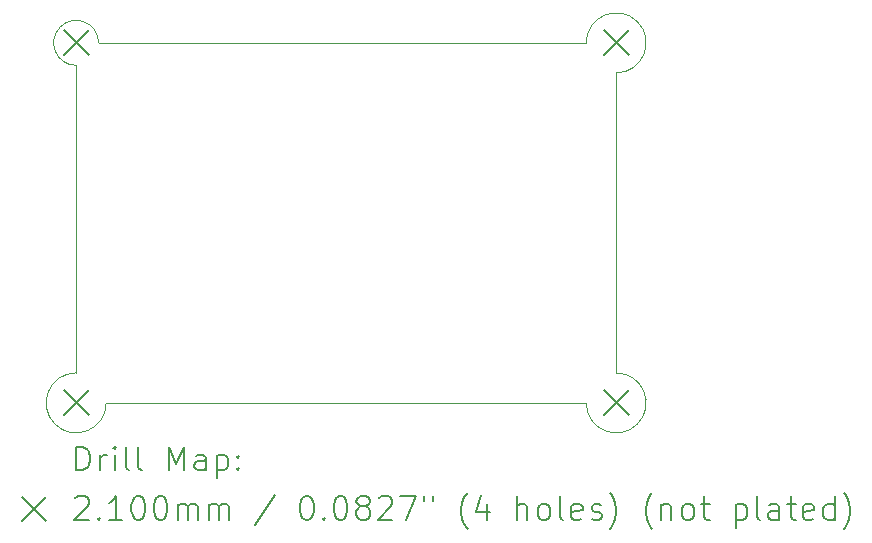
<source format=gbr>
%TF.GenerationSoftware,KiCad,Pcbnew,7.0.10*%
%TF.CreationDate,2024-01-19T04:31:54-05:00*%
%TF.ProjectId,Dattalogger_Board,44617474-616c-46f6-9767-65725f426f61,1*%
%TF.SameCoordinates,Original*%
%TF.FileFunction,Drillmap*%
%TF.FilePolarity,Positive*%
%FSLAX45Y45*%
G04 Gerber Fmt 4.5, Leading zero omitted, Abs format (unit mm)*
G04 Created by KiCad (PCBNEW 7.0.10) date 2024-01-19 04:31:54*
%MOMM*%
%LPD*%
G01*
G04 APERTURE LIST*
%ADD10C,0.100000*%
%ADD11C,0.200000*%
%ADD12C,0.210000*%
G04 APERTURE END LIST*
D10*
X12954000Y-9144000D02*
X12954000Y-6540500D01*
X13208000Y-9398000D02*
X17272000Y-9398000D01*
X17526000Y-9144000D02*
X17526000Y-6604000D01*
X13144500Y-6350000D02*
X17272000Y-6350000D01*
X17272000Y-9398000D02*
G75*
G03*
X17526000Y-9144000I254000J0D01*
G01*
X12954000Y-9144000D02*
G75*
G03*
X13208000Y-9398000I0J-254000D01*
G01*
X13144500Y-6350000D02*
G75*
G03*
X12954000Y-6540500I-190500J0D01*
G01*
X17526000Y-6604000D02*
G75*
G03*
X17272000Y-6350000I0J254000D01*
G01*
D11*
D12*
X12849000Y-6245000D02*
X13059000Y-6455000D01*
X13059000Y-6245000D02*
X12849000Y-6455000D01*
X12849000Y-9293000D02*
X13059000Y-9503000D01*
X13059000Y-9293000D02*
X12849000Y-9503000D01*
X17421000Y-6245000D02*
X17631000Y-6455000D01*
X17631000Y-6245000D02*
X17421000Y-6455000D01*
X17421000Y-9293000D02*
X17631000Y-9503000D01*
X17631000Y-9293000D02*
X17421000Y-9503000D01*
D11*
X12955777Y-9968484D02*
X12955777Y-9768484D01*
X12955777Y-9768484D02*
X13003396Y-9768484D01*
X13003396Y-9768484D02*
X13031967Y-9778008D01*
X13031967Y-9778008D02*
X13051015Y-9797055D01*
X13051015Y-9797055D02*
X13060539Y-9816103D01*
X13060539Y-9816103D02*
X13070062Y-9854198D01*
X13070062Y-9854198D02*
X13070062Y-9882770D01*
X13070062Y-9882770D02*
X13060539Y-9920865D01*
X13060539Y-9920865D02*
X13051015Y-9939912D01*
X13051015Y-9939912D02*
X13031967Y-9958960D01*
X13031967Y-9958960D02*
X13003396Y-9968484D01*
X13003396Y-9968484D02*
X12955777Y-9968484D01*
X13155777Y-9968484D02*
X13155777Y-9835150D01*
X13155777Y-9873246D02*
X13165301Y-9854198D01*
X13165301Y-9854198D02*
X13174824Y-9844674D01*
X13174824Y-9844674D02*
X13193872Y-9835150D01*
X13193872Y-9835150D02*
X13212920Y-9835150D01*
X13279586Y-9968484D02*
X13279586Y-9835150D01*
X13279586Y-9768484D02*
X13270062Y-9778008D01*
X13270062Y-9778008D02*
X13279586Y-9787531D01*
X13279586Y-9787531D02*
X13289110Y-9778008D01*
X13289110Y-9778008D02*
X13279586Y-9768484D01*
X13279586Y-9768484D02*
X13279586Y-9787531D01*
X13403396Y-9968484D02*
X13384348Y-9958960D01*
X13384348Y-9958960D02*
X13374824Y-9939912D01*
X13374824Y-9939912D02*
X13374824Y-9768484D01*
X13508158Y-9968484D02*
X13489110Y-9958960D01*
X13489110Y-9958960D02*
X13479586Y-9939912D01*
X13479586Y-9939912D02*
X13479586Y-9768484D01*
X13736729Y-9968484D02*
X13736729Y-9768484D01*
X13736729Y-9768484D02*
X13803396Y-9911341D01*
X13803396Y-9911341D02*
X13870062Y-9768484D01*
X13870062Y-9768484D02*
X13870062Y-9968484D01*
X14051015Y-9968484D02*
X14051015Y-9863722D01*
X14051015Y-9863722D02*
X14041491Y-9844674D01*
X14041491Y-9844674D02*
X14022443Y-9835150D01*
X14022443Y-9835150D02*
X13984348Y-9835150D01*
X13984348Y-9835150D02*
X13965301Y-9844674D01*
X14051015Y-9958960D02*
X14031967Y-9968484D01*
X14031967Y-9968484D02*
X13984348Y-9968484D01*
X13984348Y-9968484D02*
X13965301Y-9958960D01*
X13965301Y-9958960D02*
X13955777Y-9939912D01*
X13955777Y-9939912D02*
X13955777Y-9920865D01*
X13955777Y-9920865D02*
X13965301Y-9901817D01*
X13965301Y-9901817D02*
X13984348Y-9892293D01*
X13984348Y-9892293D02*
X14031967Y-9892293D01*
X14031967Y-9892293D02*
X14051015Y-9882770D01*
X14146253Y-9835150D02*
X14146253Y-10035150D01*
X14146253Y-9844674D02*
X14165301Y-9835150D01*
X14165301Y-9835150D02*
X14203396Y-9835150D01*
X14203396Y-9835150D02*
X14222443Y-9844674D01*
X14222443Y-9844674D02*
X14231967Y-9854198D01*
X14231967Y-9854198D02*
X14241491Y-9873246D01*
X14241491Y-9873246D02*
X14241491Y-9930389D01*
X14241491Y-9930389D02*
X14231967Y-9949436D01*
X14231967Y-9949436D02*
X14222443Y-9958960D01*
X14222443Y-9958960D02*
X14203396Y-9968484D01*
X14203396Y-9968484D02*
X14165301Y-9968484D01*
X14165301Y-9968484D02*
X14146253Y-9958960D01*
X14327205Y-9949436D02*
X14336729Y-9958960D01*
X14336729Y-9958960D02*
X14327205Y-9968484D01*
X14327205Y-9968484D02*
X14317682Y-9958960D01*
X14317682Y-9958960D02*
X14327205Y-9949436D01*
X14327205Y-9949436D02*
X14327205Y-9968484D01*
X14327205Y-9844674D02*
X14336729Y-9854198D01*
X14336729Y-9854198D02*
X14327205Y-9863722D01*
X14327205Y-9863722D02*
X14317682Y-9854198D01*
X14317682Y-9854198D02*
X14327205Y-9844674D01*
X14327205Y-9844674D02*
X14327205Y-9863722D01*
X12495000Y-10197000D02*
X12695000Y-10397000D01*
X12695000Y-10197000D02*
X12495000Y-10397000D01*
X12946253Y-10207531D02*
X12955777Y-10198008D01*
X12955777Y-10198008D02*
X12974824Y-10188484D01*
X12974824Y-10188484D02*
X13022443Y-10188484D01*
X13022443Y-10188484D02*
X13041491Y-10198008D01*
X13041491Y-10198008D02*
X13051015Y-10207531D01*
X13051015Y-10207531D02*
X13060539Y-10226579D01*
X13060539Y-10226579D02*
X13060539Y-10245627D01*
X13060539Y-10245627D02*
X13051015Y-10274198D01*
X13051015Y-10274198D02*
X12936729Y-10388484D01*
X12936729Y-10388484D02*
X13060539Y-10388484D01*
X13146253Y-10369436D02*
X13155777Y-10378960D01*
X13155777Y-10378960D02*
X13146253Y-10388484D01*
X13146253Y-10388484D02*
X13136729Y-10378960D01*
X13136729Y-10378960D02*
X13146253Y-10369436D01*
X13146253Y-10369436D02*
X13146253Y-10388484D01*
X13346253Y-10388484D02*
X13231967Y-10388484D01*
X13289110Y-10388484D02*
X13289110Y-10188484D01*
X13289110Y-10188484D02*
X13270062Y-10217055D01*
X13270062Y-10217055D02*
X13251015Y-10236103D01*
X13251015Y-10236103D02*
X13231967Y-10245627D01*
X13470062Y-10188484D02*
X13489110Y-10188484D01*
X13489110Y-10188484D02*
X13508158Y-10198008D01*
X13508158Y-10198008D02*
X13517682Y-10207531D01*
X13517682Y-10207531D02*
X13527205Y-10226579D01*
X13527205Y-10226579D02*
X13536729Y-10264674D01*
X13536729Y-10264674D02*
X13536729Y-10312293D01*
X13536729Y-10312293D02*
X13527205Y-10350389D01*
X13527205Y-10350389D02*
X13517682Y-10369436D01*
X13517682Y-10369436D02*
X13508158Y-10378960D01*
X13508158Y-10378960D02*
X13489110Y-10388484D01*
X13489110Y-10388484D02*
X13470062Y-10388484D01*
X13470062Y-10388484D02*
X13451015Y-10378960D01*
X13451015Y-10378960D02*
X13441491Y-10369436D01*
X13441491Y-10369436D02*
X13431967Y-10350389D01*
X13431967Y-10350389D02*
X13422443Y-10312293D01*
X13422443Y-10312293D02*
X13422443Y-10264674D01*
X13422443Y-10264674D02*
X13431967Y-10226579D01*
X13431967Y-10226579D02*
X13441491Y-10207531D01*
X13441491Y-10207531D02*
X13451015Y-10198008D01*
X13451015Y-10198008D02*
X13470062Y-10188484D01*
X13660539Y-10188484D02*
X13679586Y-10188484D01*
X13679586Y-10188484D02*
X13698634Y-10198008D01*
X13698634Y-10198008D02*
X13708158Y-10207531D01*
X13708158Y-10207531D02*
X13717682Y-10226579D01*
X13717682Y-10226579D02*
X13727205Y-10264674D01*
X13727205Y-10264674D02*
X13727205Y-10312293D01*
X13727205Y-10312293D02*
X13717682Y-10350389D01*
X13717682Y-10350389D02*
X13708158Y-10369436D01*
X13708158Y-10369436D02*
X13698634Y-10378960D01*
X13698634Y-10378960D02*
X13679586Y-10388484D01*
X13679586Y-10388484D02*
X13660539Y-10388484D01*
X13660539Y-10388484D02*
X13641491Y-10378960D01*
X13641491Y-10378960D02*
X13631967Y-10369436D01*
X13631967Y-10369436D02*
X13622443Y-10350389D01*
X13622443Y-10350389D02*
X13612920Y-10312293D01*
X13612920Y-10312293D02*
X13612920Y-10264674D01*
X13612920Y-10264674D02*
X13622443Y-10226579D01*
X13622443Y-10226579D02*
X13631967Y-10207531D01*
X13631967Y-10207531D02*
X13641491Y-10198008D01*
X13641491Y-10198008D02*
X13660539Y-10188484D01*
X13812920Y-10388484D02*
X13812920Y-10255150D01*
X13812920Y-10274198D02*
X13822443Y-10264674D01*
X13822443Y-10264674D02*
X13841491Y-10255150D01*
X13841491Y-10255150D02*
X13870063Y-10255150D01*
X13870063Y-10255150D02*
X13889110Y-10264674D01*
X13889110Y-10264674D02*
X13898634Y-10283722D01*
X13898634Y-10283722D02*
X13898634Y-10388484D01*
X13898634Y-10283722D02*
X13908158Y-10264674D01*
X13908158Y-10264674D02*
X13927205Y-10255150D01*
X13927205Y-10255150D02*
X13955777Y-10255150D01*
X13955777Y-10255150D02*
X13974824Y-10264674D01*
X13974824Y-10264674D02*
X13984348Y-10283722D01*
X13984348Y-10283722D02*
X13984348Y-10388484D01*
X14079586Y-10388484D02*
X14079586Y-10255150D01*
X14079586Y-10274198D02*
X14089110Y-10264674D01*
X14089110Y-10264674D02*
X14108158Y-10255150D01*
X14108158Y-10255150D02*
X14136729Y-10255150D01*
X14136729Y-10255150D02*
X14155777Y-10264674D01*
X14155777Y-10264674D02*
X14165301Y-10283722D01*
X14165301Y-10283722D02*
X14165301Y-10388484D01*
X14165301Y-10283722D02*
X14174824Y-10264674D01*
X14174824Y-10264674D02*
X14193872Y-10255150D01*
X14193872Y-10255150D02*
X14222443Y-10255150D01*
X14222443Y-10255150D02*
X14241491Y-10264674D01*
X14241491Y-10264674D02*
X14251015Y-10283722D01*
X14251015Y-10283722D02*
X14251015Y-10388484D01*
X14641491Y-10178960D02*
X14470063Y-10436103D01*
X14898634Y-10188484D02*
X14917682Y-10188484D01*
X14917682Y-10188484D02*
X14936729Y-10198008D01*
X14936729Y-10198008D02*
X14946253Y-10207531D01*
X14946253Y-10207531D02*
X14955777Y-10226579D01*
X14955777Y-10226579D02*
X14965301Y-10264674D01*
X14965301Y-10264674D02*
X14965301Y-10312293D01*
X14965301Y-10312293D02*
X14955777Y-10350389D01*
X14955777Y-10350389D02*
X14946253Y-10369436D01*
X14946253Y-10369436D02*
X14936729Y-10378960D01*
X14936729Y-10378960D02*
X14917682Y-10388484D01*
X14917682Y-10388484D02*
X14898634Y-10388484D01*
X14898634Y-10388484D02*
X14879586Y-10378960D01*
X14879586Y-10378960D02*
X14870063Y-10369436D01*
X14870063Y-10369436D02*
X14860539Y-10350389D01*
X14860539Y-10350389D02*
X14851015Y-10312293D01*
X14851015Y-10312293D02*
X14851015Y-10264674D01*
X14851015Y-10264674D02*
X14860539Y-10226579D01*
X14860539Y-10226579D02*
X14870063Y-10207531D01*
X14870063Y-10207531D02*
X14879586Y-10198008D01*
X14879586Y-10198008D02*
X14898634Y-10188484D01*
X15051015Y-10369436D02*
X15060539Y-10378960D01*
X15060539Y-10378960D02*
X15051015Y-10388484D01*
X15051015Y-10388484D02*
X15041491Y-10378960D01*
X15041491Y-10378960D02*
X15051015Y-10369436D01*
X15051015Y-10369436D02*
X15051015Y-10388484D01*
X15184348Y-10188484D02*
X15203396Y-10188484D01*
X15203396Y-10188484D02*
X15222444Y-10198008D01*
X15222444Y-10198008D02*
X15231967Y-10207531D01*
X15231967Y-10207531D02*
X15241491Y-10226579D01*
X15241491Y-10226579D02*
X15251015Y-10264674D01*
X15251015Y-10264674D02*
X15251015Y-10312293D01*
X15251015Y-10312293D02*
X15241491Y-10350389D01*
X15241491Y-10350389D02*
X15231967Y-10369436D01*
X15231967Y-10369436D02*
X15222444Y-10378960D01*
X15222444Y-10378960D02*
X15203396Y-10388484D01*
X15203396Y-10388484D02*
X15184348Y-10388484D01*
X15184348Y-10388484D02*
X15165301Y-10378960D01*
X15165301Y-10378960D02*
X15155777Y-10369436D01*
X15155777Y-10369436D02*
X15146253Y-10350389D01*
X15146253Y-10350389D02*
X15136729Y-10312293D01*
X15136729Y-10312293D02*
X15136729Y-10264674D01*
X15136729Y-10264674D02*
X15146253Y-10226579D01*
X15146253Y-10226579D02*
X15155777Y-10207531D01*
X15155777Y-10207531D02*
X15165301Y-10198008D01*
X15165301Y-10198008D02*
X15184348Y-10188484D01*
X15365301Y-10274198D02*
X15346253Y-10264674D01*
X15346253Y-10264674D02*
X15336729Y-10255150D01*
X15336729Y-10255150D02*
X15327206Y-10236103D01*
X15327206Y-10236103D02*
X15327206Y-10226579D01*
X15327206Y-10226579D02*
X15336729Y-10207531D01*
X15336729Y-10207531D02*
X15346253Y-10198008D01*
X15346253Y-10198008D02*
X15365301Y-10188484D01*
X15365301Y-10188484D02*
X15403396Y-10188484D01*
X15403396Y-10188484D02*
X15422444Y-10198008D01*
X15422444Y-10198008D02*
X15431967Y-10207531D01*
X15431967Y-10207531D02*
X15441491Y-10226579D01*
X15441491Y-10226579D02*
X15441491Y-10236103D01*
X15441491Y-10236103D02*
X15431967Y-10255150D01*
X15431967Y-10255150D02*
X15422444Y-10264674D01*
X15422444Y-10264674D02*
X15403396Y-10274198D01*
X15403396Y-10274198D02*
X15365301Y-10274198D01*
X15365301Y-10274198D02*
X15346253Y-10283722D01*
X15346253Y-10283722D02*
X15336729Y-10293246D01*
X15336729Y-10293246D02*
X15327206Y-10312293D01*
X15327206Y-10312293D02*
X15327206Y-10350389D01*
X15327206Y-10350389D02*
X15336729Y-10369436D01*
X15336729Y-10369436D02*
X15346253Y-10378960D01*
X15346253Y-10378960D02*
X15365301Y-10388484D01*
X15365301Y-10388484D02*
X15403396Y-10388484D01*
X15403396Y-10388484D02*
X15422444Y-10378960D01*
X15422444Y-10378960D02*
X15431967Y-10369436D01*
X15431967Y-10369436D02*
X15441491Y-10350389D01*
X15441491Y-10350389D02*
X15441491Y-10312293D01*
X15441491Y-10312293D02*
X15431967Y-10293246D01*
X15431967Y-10293246D02*
X15422444Y-10283722D01*
X15422444Y-10283722D02*
X15403396Y-10274198D01*
X15517682Y-10207531D02*
X15527206Y-10198008D01*
X15527206Y-10198008D02*
X15546253Y-10188484D01*
X15546253Y-10188484D02*
X15593872Y-10188484D01*
X15593872Y-10188484D02*
X15612920Y-10198008D01*
X15612920Y-10198008D02*
X15622444Y-10207531D01*
X15622444Y-10207531D02*
X15631967Y-10226579D01*
X15631967Y-10226579D02*
X15631967Y-10245627D01*
X15631967Y-10245627D02*
X15622444Y-10274198D01*
X15622444Y-10274198D02*
X15508158Y-10388484D01*
X15508158Y-10388484D02*
X15631967Y-10388484D01*
X15698634Y-10188484D02*
X15831967Y-10188484D01*
X15831967Y-10188484D02*
X15746253Y-10388484D01*
X15898634Y-10188484D02*
X15898634Y-10226579D01*
X15974825Y-10188484D02*
X15974825Y-10226579D01*
X16270063Y-10464674D02*
X16260539Y-10455150D01*
X16260539Y-10455150D02*
X16241491Y-10426579D01*
X16241491Y-10426579D02*
X16231968Y-10407531D01*
X16231968Y-10407531D02*
X16222444Y-10378960D01*
X16222444Y-10378960D02*
X16212920Y-10331341D01*
X16212920Y-10331341D02*
X16212920Y-10293246D01*
X16212920Y-10293246D02*
X16222444Y-10245627D01*
X16222444Y-10245627D02*
X16231968Y-10217055D01*
X16231968Y-10217055D02*
X16241491Y-10198008D01*
X16241491Y-10198008D02*
X16260539Y-10169436D01*
X16260539Y-10169436D02*
X16270063Y-10159912D01*
X16431968Y-10255150D02*
X16431968Y-10388484D01*
X16384348Y-10178960D02*
X16336729Y-10321817D01*
X16336729Y-10321817D02*
X16460539Y-10321817D01*
X16689110Y-10388484D02*
X16689110Y-10188484D01*
X16774825Y-10388484D02*
X16774825Y-10283722D01*
X16774825Y-10283722D02*
X16765301Y-10264674D01*
X16765301Y-10264674D02*
X16746253Y-10255150D01*
X16746253Y-10255150D02*
X16717682Y-10255150D01*
X16717682Y-10255150D02*
X16698634Y-10264674D01*
X16698634Y-10264674D02*
X16689110Y-10274198D01*
X16898634Y-10388484D02*
X16879587Y-10378960D01*
X16879587Y-10378960D02*
X16870063Y-10369436D01*
X16870063Y-10369436D02*
X16860539Y-10350389D01*
X16860539Y-10350389D02*
X16860539Y-10293246D01*
X16860539Y-10293246D02*
X16870063Y-10274198D01*
X16870063Y-10274198D02*
X16879587Y-10264674D01*
X16879587Y-10264674D02*
X16898634Y-10255150D01*
X16898634Y-10255150D02*
X16927206Y-10255150D01*
X16927206Y-10255150D02*
X16946253Y-10264674D01*
X16946253Y-10264674D02*
X16955777Y-10274198D01*
X16955777Y-10274198D02*
X16965301Y-10293246D01*
X16965301Y-10293246D02*
X16965301Y-10350389D01*
X16965301Y-10350389D02*
X16955777Y-10369436D01*
X16955777Y-10369436D02*
X16946253Y-10378960D01*
X16946253Y-10378960D02*
X16927206Y-10388484D01*
X16927206Y-10388484D02*
X16898634Y-10388484D01*
X17079587Y-10388484D02*
X17060539Y-10378960D01*
X17060539Y-10378960D02*
X17051015Y-10359912D01*
X17051015Y-10359912D02*
X17051015Y-10188484D01*
X17231968Y-10378960D02*
X17212920Y-10388484D01*
X17212920Y-10388484D02*
X17174825Y-10388484D01*
X17174825Y-10388484D02*
X17155777Y-10378960D01*
X17155777Y-10378960D02*
X17146253Y-10359912D01*
X17146253Y-10359912D02*
X17146253Y-10283722D01*
X17146253Y-10283722D02*
X17155777Y-10264674D01*
X17155777Y-10264674D02*
X17174825Y-10255150D01*
X17174825Y-10255150D02*
X17212920Y-10255150D01*
X17212920Y-10255150D02*
X17231968Y-10264674D01*
X17231968Y-10264674D02*
X17241492Y-10283722D01*
X17241492Y-10283722D02*
X17241492Y-10302770D01*
X17241492Y-10302770D02*
X17146253Y-10321817D01*
X17317682Y-10378960D02*
X17336730Y-10388484D01*
X17336730Y-10388484D02*
X17374825Y-10388484D01*
X17374825Y-10388484D02*
X17393873Y-10378960D01*
X17393873Y-10378960D02*
X17403396Y-10359912D01*
X17403396Y-10359912D02*
X17403396Y-10350389D01*
X17403396Y-10350389D02*
X17393873Y-10331341D01*
X17393873Y-10331341D02*
X17374825Y-10321817D01*
X17374825Y-10321817D02*
X17346253Y-10321817D01*
X17346253Y-10321817D02*
X17327206Y-10312293D01*
X17327206Y-10312293D02*
X17317682Y-10293246D01*
X17317682Y-10293246D02*
X17317682Y-10283722D01*
X17317682Y-10283722D02*
X17327206Y-10264674D01*
X17327206Y-10264674D02*
X17346253Y-10255150D01*
X17346253Y-10255150D02*
X17374825Y-10255150D01*
X17374825Y-10255150D02*
X17393873Y-10264674D01*
X17470063Y-10464674D02*
X17479587Y-10455150D01*
X17479587Y-10455150D02*
X17498634Y-10426579D01*
X17498634Y-10426579D02*
X17508158Y-10407531D01*
X17508158Y-10407531D02*
X17517682Y-10378960D01*
X17517682Y-10378960D02*
X17527206Y-10331341D01*
X17527206Y-10331341D02*
X17527206Y-10293246D01*
X17527206Y-10293246D02*
X17517682Y-10245627D01*
X17517682Y-10245627D02*
X17508158Y-10217055D01*
X17508158Y-10217055D02*
X17498634Y-10198008D01*
X17498634Y-10198008D02*
X17479587Y-10169436D01*
X17479587Y-10169436D02*
X17470063Y-10159912D01*
X17831968Y-10464674D02*
X17822444Y-10455150D01*
X17822444Y-10455150D02*
X17803396Y-10426579D01*
X17803396Y-10426579D02*
X17793873Y-10407531D01*
X17793873Y-10407531D02*
X17784349Y-10378960D01*
X17784349Y-10378960D02*
X17774825Y-10331341D01*
X17774825Y-10331341D02*
X17774825Y-10293246D01*
X17774825Y-10293246D02*
X17784349Y-10245627D01*
X17784349Y-10245627D02*
X17793873Y-10217055D01*
X17793873Y-10217055D02*
X17803396Y-10198008D01*
X17803396Y-10198008D02*
X17822444Y-10169436D01*
X17822444Y-10169436D02*
X17831968Y-10159912D01*
X17908158Y-10255150D02*
X17908158Y-10388484D01*
X17908158Y-10274198D02*
X17917682Y-10264674D01*
X17917682Y-10264674D02*
X17936730Y-10255150D01*
X17936730Y-10255150D02*
X17965301Y-10255150D01*
X17965301Y-10255150D02*
X17984349Y-10264674D01*
X17984349Y-10264674D02*
X17993873Y-10283722D01*
X17993873Y-10283722D02*
X17993873Y-10388484D01*
X18117682Y-10388484D02*
X18098634Y-10378960D01*
X18098634Y-10378960D02*
X18089111Y-10369436D01*
X18089111Y-10369436D02*
X18079587Y-10350389D01*
X18079587Y-10350389D02*
X18079587Y-10293246D01*
X18079587Y-10293246D02*
X18089111Y-10274198D01*
X18089111Y-10274198D02*
X18098634Y-10264674D01*
X18098634Y-10264674D02*
X18117682Y-10255150D01*
X18117682Y-10255150D02*
X18146254Y-10255150D01*
X18146254Y-10255150D02*
X18165301Y-10264674D01*
X18165301Y-10264674D02*
X18174825Y-10274198D01*
X18174825Y-10274198D02*
X18184349Y-10293246D01*
X18184349Y-10293246D02*
X18184349Y-10350389D01*
X18184349Y-10350389D02*
X18174825Y-10369436D01*
X18174825Y-10369436D02*
X18165301Y-10378960D01*
X18165301Y-10378960D02*
X18146254Y-10388484D01*
X18146254Y-10388484D02*
X18117682Y-10388484D01*
X18241492Y-10255150D02*
X18317682Y-10255150D01*
X18270063Y-10188484D02*
X18270063Y-10359912D01*
X18270063Y-10359912D02*
X18279587Y-10378960D01*
X18279587Y-10378960D02*
X18298634Y-10388484D01*
X18298634Y-10388484D02*
X18317682Y-10388484D01*
X18536730Y-10255150D02*
X18536730Y-10455150D01*
X18536730Y-10264674D02*
X18555777Y-10255150D01*
X18555777Y-10255150D02*
X18593873Y-10255150D01*
X18593873Y-10255150D02*
X18612920Y-10264674D01*
X18612920Y-10264674D02*
X18622444Y-10274198D01*
X18622444Y-10274198D02*
X18631968Y-10293246D01*
X18631968Y-10293246D02*
X18631968Y-10350389D01*
X18631968Y-10350389D02*
X18622444Y-10369436D01*
X18622444Y-10369436D02*
X18612920Y-10378960D01*
X18612920Y-10378960D02*
X18593873Y-10388484D01*
X18593873Y-10388484D02*
X18555777Y-10388484D01*
X18555777Y-10388484D02*
X18536730Y-10378960D01*
X18746254Y-10388484D02*
X18727206Y-10378960D01*
X18727206Y-10378960D02*
X18717682Y-10359912D01*
X18717682Y-10359912D02*
X18717682Y-10188484D01*
X18908158Y-10388484D02*
X18908158Y-10283722D01*
X18908158Y-10283722D02*
X18898635Y-10264674D01*
X18898635Y-10264674D02*
X18879587Y-10255150D01*
X18879587Y-10255150D02*
X18841492Y-10255150D01*
X18841492Y-10255150D02*
X18822444Y-10264674D01*
X18908158Y-10378960D02*
X18889111Y-10388484D01*
X18889111Y-10388484D02*
X18841492Y-10388484D01*
X18841492Y-10388484D02*
X18822444Y-10378960D01*
X18822444Y-10378960D02*
X18812920Y-10359912D01*
X18812920Y-10359912D02*
X18812920Y-10340865D01*
X18812920Y-10340865D02*
X18822444Y-10321817D01*
X18822444Y-10321817D02*
X18841492Y-10312293D01*
X18841492Y-10312293D02*
X18889111Y-10312293D01*
X18889111Y-10312293D02*
X18908158Y-10302770D01*
X18974825Y-10255150D02*
X19051015Y-10255150D01*
X19003396Y-10188484D02*
X19003396Y-10359912D01*
X19003396Y-10359912D02*
X19012920Y-10378960D01*
X19012920Y-10378960D02*
X19031968Y-10388484D01*
X19031968Y-10388484D02*
X19051015Y-10388484D01*
X19193873Y-10378960D02*
X19174825Y-10388484D01*
X19174825Y-10388484D02*
X19136730Y-10388484D01*
X19136730Y-10388484D02*
X19117682Y-10378960D01*
X19117682Y-10378960D02*
X19108158Y-10359912D01*
X19108158Y-10359912D02*
X19108158Y-10283722D01*
X19108158Y-10283722D02*
X19117682Y-10264674D01*
X19117682Y-10264674D02*
X19136730Y-10255150D01*
X19136730Y-10255150D02*
X19174825Y-10255150D01*
X19174825Y-10255150D02*
X19193873Y-10264674D01*
X19193873Y-10264674D02*
X19203396Y-10283722D01*
X19203396Y-10283722D02*
X19203396Y-10302770D01*
X19203396Y-10302770D02*
X19108158Y-10321817D01*
X19374825Y-10388484D02*
X19374825Y-10188484D01*
X19374825Y-10378960D02*
X19355777Y-10388484D01*
X19355777Y-10388484D02*
X19317682Y-10388484D01*
X19317682Y-10388484D02*
X19298635Y-10378960D01*
X19298635Y-10378960D02*
X19289111Y-10369436D01*
X19289111Y-10369436D02*
X19279587Y-10350389D01*
X19279587Y-10350389D02*
X19279587Y-10293246D01*
X19279587Y-10293246D02*
X19289111Y-10274198D01*
X19289111Y-10274198D02*
X19298635Y-10264674D01*
X19298635Y-10264674D02*
X19317682Y-10255150D01*
X19317682Y-10255150D02*
X19355777Y-10255150D01*
X19355777Y-10255150D02*
X19374825Y-10264674D01*
X19451016Y-10464674D02*
X19460539Y-10455150D01*
X19460539Y-10455150D02*
X19479587Y-10426579D01*
X19479587Y-10426579D02*
X19489111Y-10407531D01*
X19489111Y-10407531D02*
X19498635Y-10378960D01*
X19498635Y-10378960D02*
X19508158Y-10331341D01*
X19508158Y-10331341D02*
X19508158Y-10293246D01*
X19508158Y-10293246D02*
X19498635Y-10245627D01*
X19498635Y-10245627D02*
X19489111Y-10217055D01*
X19489111Y-10217055D02*
X19479587Y-10198008D01*
X19479587Y-10198008D02*
X19460539Y-10169436D01*
X19460539Y-10169436D02*
X19451016Y-10159912D01*
M02*

</source>
